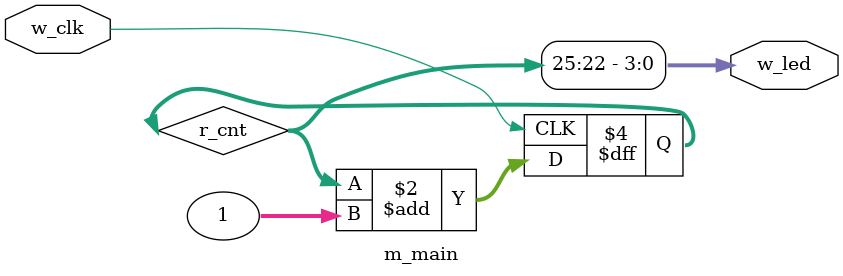
<source format=v>
/** main.v for Arty A7-35T (xc7a35ticsg324-1L)          ArchLab, Institute of Science Tokyo **/
/*********************************************************************************************/
`default_nettype none

module m_main (
    input  wire  w_clk  ,
    output wire [3:0] w_led
);

    reg [31:0] r_cnt = 0;
    always @(posedge w_clk) r_cnt <= r_cnt + 1;
    assign w_led = r_cnt[25:22];  
endmodule

</source>
